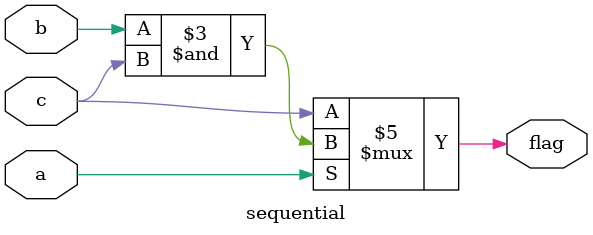
<source format=v>
module sequential(input a,b,c, output reg flag);
   always@(*)
       begin
          flag =c;
          if(a==1) flag = b&c;
       end
endmodule

</source>
